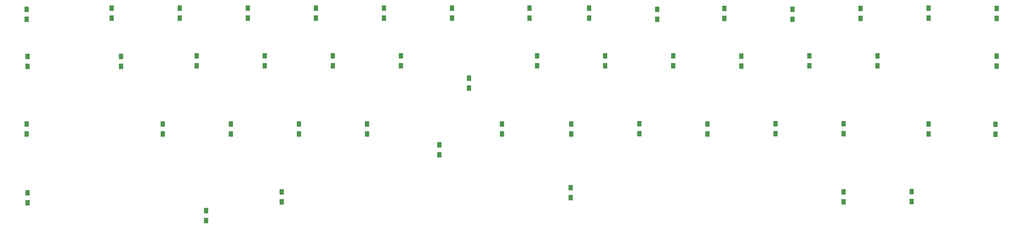
<source format=gtp>
G04 #@! TF.GenerationSoftware,KiCad,Pcbnew,(5.0.0)*
G04 #@! TF.CreationDate,2019-06-05T22:58:34-06:00*
G04 #@! TF.ProjectId,CK50,434B35302E6B696361645F7063620000,rev?*
G04 #@! TF.SameCoordinates,Original*
G04 #@! TF.FileFunction,Paste,Top*
G04 #@! TF.FilePolarity,Positive*
%FSLAX46Y46*%
G04 Gerber Fmt 4.6, Leading zero omitted, Abs format (unit mm)*
G04 Created by KiCad (PCBNEW (5.0.0)) date 06/05/19 22:58:34*
%MOMM*%
%LPD*%
G01*
G04 APERTURE LIST*
%ADD10R,1.200000X1.600000*%
G04 APERTURE END LIST*
D10*
G04 #@! TO.C,D0*
X195262336Y-111502248D03*
X195262336Y-108702248D03*
G04 #@! TD*
G04 #@! TO.C,D1*
X219074816Y-111204592D03*
X219074816Y-108404592D03*
G04 #@! TD*
G04 #@! TO.C,D2*
X238124800Y-111204592D03*
X238124800Y-108404592D03*
G04 #@! TD*
G04 #@! TO.C,D3*
X257174784Y-111204592D03*
X257174784Y-108404592D03*
G04 #@! TD*
G04 #@! TO.C,D4*
X276224768Y-111204592D03*
X276224768Y-108404592D03*
G04 #@! TD*
G04 #@! TO.C,D5*
X295274752Y-108404592D03*
X295274752Y-111204592D03*
G04 #@! TD*
G04 #@! TO.C,D6*
X314324736Y-111235064D03*
X314324736Y-108435064D03*
G04 #@! TD*
G04 #@! TO.C,D7*
X336053624Y-111235064D03*
X336053624Y-108435064D03*
G04 #@! TD*
G04 #@! TO.C,D8*
X352722360Y-108404592D03*
X352722360Y-111204592D03*
G04 #@! TD*
G04 #@! TO.C,D9*
X371772344Y-108702248D03*
X371772344Y-111502248D03*
G04 #@! TD*
G04 #@! TO.C,D10*
X390524672Y-111265536D03*
X390524672Y-108465536D03*
G04 #@! TD*
G04 #@! TO.C,D11*
X409574656Y-108763192D03*
X409574656Y-111563192D03*
G04 #@! TD*
G04 #@! TO.C,D12*
X428624640Y-111265536D03*
X428624640Y-108465536D03*
G04 #@! TD*
G04 #@! TO.C,D13*
X466724608Y-111265536D03*
X466724608Y-108465536D03*
G04 #@! TD*
G04 #@! TO.C,D14*
X195559992Y-124717864D03*
X195559992Y-121917864D03*
G04 #@! TD*
G04 #@! TO.C,D15*
X221753720Y-121917864D03*
X221753720Y-124717864D03*
G04 #@! TD*
G04 #@! TO.C,D16*
X242887296Y-124599112D03*
X242887296Y-121799112D03*
G04 #@! TD*
G04 #@! TO.C,D17*
X261937280Y-121799112D03*
X261937280Y-124599112D03*
G04 #@! TD*
G04 #@! TO.C,D18*
X280987264Y-124599112D03*
X280987264Y-121799112D03*
G04 #@! TD*
G04 #@! TO.C,D19*
X300037248Y-124599112D03*
X300037248Y-121799112D03*
G04 #@! TD*
G04 #@! TO.C,D20*
X319087232Y-128049888D03*
X319087232Y-130849888D03*
G04 #@! TD*
G04 #@! TO.C,D21*
X338137216Y-121799112D03*
X338137216Y-124599112D03*
G04 #@! TD*
G04 #@! TO.C,D22*
X357187200Y-121799112D03*
X357187200Y-124599112D03*
G04 #@! TD*
G04 #@! TO.C,D23*
X376237184Y-121799112D03*
X376237184Y-124599112D03*
G04 #@! TD*
G04 #@! TO.C,D24*
X395287168Y-124660056D03*
X395287168Y-121860056D03*
G04 #@! TD*
G04 #@! TO.C,D25*
X414337152Y-124599112D03*
X414337152Y-121799112D03*
G04 #@! TD*
G04 #@! TO.C,D26*
X433387136Y-124599112D03*
X433387136Y-121799112D03*
G04 #@! TD*
G04 #@! TO.C,D27*
X447674624Y-108404592D03*
X447674624Y-111204592D03*
G04 #@! TD*
G04 #@! TO.C,D28*
X195262336Y-140910040D03*
X195262336Y-143710040D03*
G04 #@! TD*
G04 #@! TO.C,D29*
X233362304Y-143710040D03*
X233362304Y-140910040D03*
G04 #@! TD*
G04 #@! TO.C,D30*
X252412288Y-140910040D03*
X252412288Y-143710040D03*
G04 #@! TD*
G04 #@! TO.C,D31*
X271462272Y-143710040D03*
X271462272Y-140910040D03*
G04 #@! TD*
G04 #@! TO.C,D32*
X290512256Y-140910040D03*
X290512256Y-143710040D03*
G04 #@! TD*
G04 #@! TO.C,D33*
X310750000Y-149550000D03*
X310750000Y-146750000D03*
G04 #@! TD*
G04 #@! TO.C,D34*
X328314568Y-140910040D03*
X328314568Y-143710040D03*
G04 #@! TD*
G04 #@! TO.C,D35*
X347662208Y-143710040D03*
X347662208Y-140910040D03*
G04 #@! TD*
G04 #@! TO.C,D36*
X366712192Y-140849096D03*
X366712192Y-143649096D03*
G04 #@! TD*
G04 #@! TO.C,D37*
X385762176Y-140910040D03*
X385762176Y-143710040D03*
G04 #@! TD*
G04 #@! TO.C,D38*
X404812160Y-143649096D03*
X404812160Y-140849096D03*
G04 #@! TD*
G04 #@! TO.C,D39*
X423862144Y-140849096D03*
X423862144Y-143649096D03*
G04 #@! TD*
G04 #@! TO.C,D40*
X447674624Y-143710040D03*
X447674624Y-140910040D03*
G04 #@! TD*
G04 #@! TO.C,D41*
X466724608Y-121860056D03*
X466724608Y-124660056D03*
G04 #@! TD*
G04 #@! TO.C,D43*
X245500000Y-168050000D03*
X245500000Y-165250000D03*
G04 #@! TD*
G04 #@! TO.C,D44*
X266699776Y-159929552D03*
X266699776Y-162729552D03*
G04 #@! TD*
G04 #@! TO.C,D45*
X347500000Y-161550000D03*
X347500000Y-158750000D03*
G04 #@! TD*
G04 #@! TO.C,D46*
X423862144Y-159960024D03*
X423862144Y-162760024D03*
G04 #@! TD*
G04 #@! TO.C,D47*
X442912128Y-162699080D03*
X442912128Y-159899080D03*
G04 #@! TD*
G04 #@! TO.C,D48*
X466426952Y-140967848D03*
X466426952Y-143767848D03*
G04 #@! TD*
G04 #@! TO.C,D420*
X195559992Y-162996736D03*
X195559992Y-160196736D03*
G04 #@! TD*
M02*

</source>
